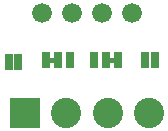
<source format=gbr>
G04 EAGLE Gerber RS-274X export*
G75*
%MOMM*%
%FSLAX34Y34*%
%LPD*%
%INSoldermask Bottom*%
%IPPOS*%
%AMOC8*
5,1,8,0,0,1.08239X$1,22.5*%
G01*
%ADD10R,2.565400X2.565400*%
%ADD11C,2.565400*%
%ADD12C,1.676400*%
%ADD13R,0.787400X1.422400*%

G36*
X-3126040Y-2771763D02*
X-3126040Y-2771763D01*
X-3125974Y-2771761D01*
X-3125931Y-2771743D01*
X-3125884Y-2771735D01*
X-3125827Y-2771701D01*
X-3125767Y-2771676D01*
X-3125732Y-2771645D01*
X-3125691Y-2771620D01*
X-3125650Y-2771569D01*
X-3125601Y-2771525D01*
X-3125579Y-2771483D01*
X-3125550Y-2771446D01*
X-3125529Y-2771384D01*
X-3125498Y-2771325D01*
X-3125490Y-2771271D01*
X-3125478Y-2771234D01*
X-3125479Y-2771194D01*
X-3125471Y-2771140D01*
X-3125471Y-2768600D01*
X-3125482Y-2768535D01*
X-3125484Y-2768469D01*
X-3125502Y-2768426D01*
X-3125510Y-2768379D01*
X-3125544Y-2768322D01*
X-3125569Y-2768262D01*
X-3125600Y-2768227D01*
X-3125625Y-2768186D01*
X-3125676Y-2768145D01*
X-3125720Y-2768096D01*
X-3125762Y-2768074D01*
X-3125799Y-2768045D01*
X-3125861Y-2768024D01*
X-3125920Y-2767993D01*
X-3125974Y-2767985D01*
X-3126011Y-2767973D01*
X-3126051Y-2767974D01*
X-3126105Y-2767966D01*
X-3129915Y-2767966D01*
X-3129980Y-2767977D01*
X-3130046Y-2767979D01*
X-3130089Y-2767997D01*
X-3130136Y-2768005D01*
X-3130193Y-2768039D01*
X-3130253Y-2768064D01*
X-3130288Y-2768095D01*
X-3130329Y-2768120D01*
X-3130371Y-2768171D01*
X-3130419Y-2768215D01*
X-3130441Y-2768257D01*
X-3130470Y-2768294D01*
X-3130491Y-2768356D01*
X-3130522Y-2768415D01*
X-3130530Y-2768469D01*
X-3130542Y-2768506D01*
X-3130542Y-2768509D01*
X-3130541Y-2768546D01*
X-3130549Y-2768600D01*
X-3130549Y-2771140D01*
X-3130538Y-2771205D01*
X-3130536Y-2771271D01*
X-3130518Y-2771314D01*
X-3130510Y-2771361D01*
X-3130476Y-2771418D01*
X-3130451Y-2771478D01*
X-3130420Y-2771513D01*
X-3130395Y-2771554D01*
X-3130344Y-2771596D01*
X-3130300Y-2771644D01*
X-3130258Y-2771666D01*
X-3130221Y-2771695D01*
X-3130159Y-2771716D01*
X-3130100Y-2771747D01*
X-3130046Y-2771755D01*
X-3130009Y-2771767D01*
X-3129969Y-2771766D01*
X-3129915Y-2771774D01*
X-3126105Y-2771774D01*
X-3126040Y-2771763D01*
G37*
G36*
X-3075240Y-2771763D02*
X-3075240Y-2771763D01*
X-3075174Y-2771761D01*
X-3075131Y-2771743D01*
X-3075084Y-2771735D01*
X-3075027Y-2771701D01*
X-3074967Y-2771676D01*
X-3074932Y-2771645D01*
X-3074891Y-2771620D01*
X-3074850Y-2771569D01*
X-3074801Y-2771525D01*
X-3074779Y-2771483D01*
X-3074750Y-2771446D01*
X-3074729Y-2771384D01*
X-3074698Y-2771325D01*
X-3074690Y-2771271D01*
X-3074678Y-2771234D01*
X-3074679Y-2771194D01*
X-3074671Y-2771140D01*
X-3074671Y-2768600D01*
X-3074682Y-2768535D01*
X-3074684Y-2768469D01*
X-3074702Y-2768426D01*
X-3074710Y-2768379D01*
X-3074744Y-2768322D01*
X-3074769Y-2768262D01*
X-3074800Y-2768227D01*
X-3074825Y-2768186D01*
X-3074876Y-2768145D01*
X-3074920Y-2768096D01*
X-3074962Y-2768074D01*
X-3074999Y-2768045D01*
X-3075061Y-2768024D01*
X-3075120Y-2767993D01*
X-3075174Y-2767985D01*
X-3075211Y-2767973D01*
X-3075251Y-2767974D01*
X-3075305Y-2767966D01*
X-3079115Y-2767966D01*
X-3079180Y-2767977D01*
X-3079246Y-2767979D01*
X-3079289Y-2767997D01*
X-3079336Y-2768005D01*
X-3079393Y-2768039D01*
X-3079453Y-2768064D01*
X-3079488Y-2768095D01*
X-3079529Y-2768120D01*
X-3079571Y-2768171D01*
X-3079619Y-2768215D01*
X-3079641Y-2768257D01*
X-3079670Y-2768294D01*
X-3079691Y-2768356D01*
X-3079722Y-2768415D01*
X-3079730Y-2768469D01*
X-3079742Y-2768506D01*
X-3079742Y-2768509D01*
X-3079741Y-2768546D01*
X-3079749Y-2768600D01*
X-3079749Y-2771140D01*
X-3079738Y-2771205D01*
X-3079736Y-2771271D01*
X-3079718Y-2771314D01*
X-3079710Y-2771361D01*
X-3079676Y-2771418D01*
X-3079651Y-2771478D01*
X-3079620Y-2771513D01*
X-3079595Y-2771554D01*
X-3079544Y-2771596D01*
X-3079500Y-2771644D01*
X-3079458Y-2771666D01*
X-3079421Y-2771695D01*
X-3079359Y-2771716D01*
X-3079300Y-2771747D01*
X-3079246Y-2771755D01*
X-3079209Y-2771767D01*
X-3079169Y-2771766D01*
X-3079115Y-2771774D01*
X-3075305Y-2771774D01*
X-3075240Y-2771763D01*
G37*
D10*
X-3151372Y-2814090D03*
D11*
X-3116372Y-2814090D03*
X-3081372Y-2814090D03*
X-3046372Y-2814090D03*
D12*
X-3136900Y-2729738D03*
X-3111500Y-2729738D03*
X-3086100Y-2729738D03*
X-3060700Y-2729738D03*
D13*
X-3092450Y-2769870D03*
X-3082290Y-2769870D03*
X-3072130Y-2769870D03*
X-3112770Y-2769870D03*
X-3122930Y-2769870D03*
X-3133090Y-2769870D03*
X-3165094Y-2771140D03*
X-3156966Y-2771140D03*
X-3041396Y-2769870D03*
X-3049524Y-2769870D03*
M02*

</source>
